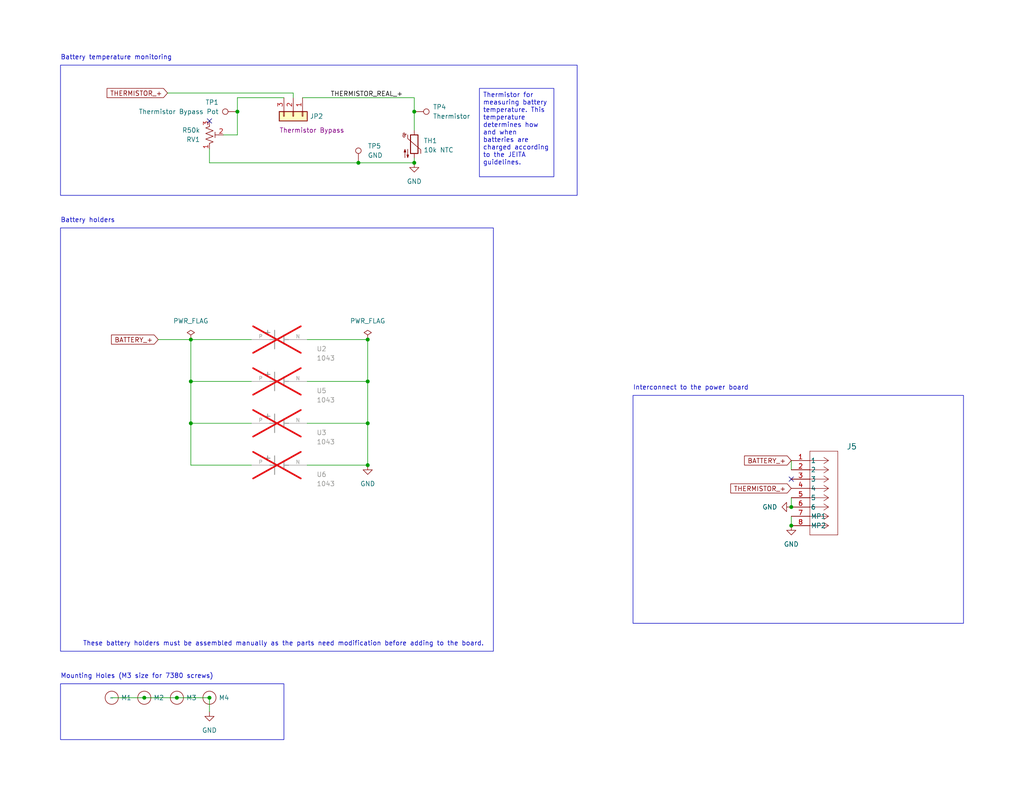
<source format=kicad_sch>
(kicad_sch (version 20230121) (generator eeschema)
  (paper "USLetter")
  (lib_symbols
    (symbol "Connector_Generic:Conn_01x03" (pin_names (offset 1.016) hide)
      (property "Reference" "J" (at 0 5.08 0))
      (property "Value" "Conn_01x03" (at 0 -5.08 0))
      (symbol "Conn_01x03_1_1"
        (rectangle (start -1.27 -2.413) (end 0 -2.667) (stroke (width 0.1524)))
        (rectangle (start -1.27 0.127) (end 0 -0.127) (stroke (width 0.1524)))
        (rectangle (start -1.27 2.667) (end 0 2.413) (stroke (width 0.1524)))
        (rectangle (start -1.27 3.81) (end 1.27 -3.81) (stroke (width 0.254)) (fill (type background)))
        (pin passive line (at -5.08 2.54 0) (length 3.81) (name "Pin_1") (number "1"))
        (pin passive line (at -5.08 0 0) (length 3.81) (name "Pin_2") (number "2"))
        (pin passive line (at -5.08 -2.54 0) (length 3.81) (name "Pin_3") (number "3"))
      )
    )
    (symbol "Device:R_Potentiometer_Trim_US" (pin_names (offset 1.016) hide)
      (property "Reference" "RV" (at -4.445 0 90))
      (property "Value" "R_Potentiometer_Trim_US" (at -2.54 0 90))
      (symbol "R_Potentiometer_Trim_US_0_1"
        (polyline (pts (xy 0 -2.286) (xy 0 -2.54)))
        (polyline (pts (xy 0 2.286) (xy 0 2.54)))
        (polyline (pts (xy 1.524 0.762) (xy 1.524 -0.762)))
        (polyline (pts (xy 2.54 0) (xy 1.524 0)))
        (polyline (pts (xy 0 -0.762) (xy 1.016 -1.143) (xy 0 -1.524) (xy -1.016 -1.905) (xy 0 -2.286)))
        (polyline (pts (xy 0 0.762) (xy 1.016 0.381) (xy 0 0) (xy -1.016 -0.381) (xy 0 -0.762)))
        (polyline (pts (xy 0 2.286) (xy 1.016 1.905) (xy 0 1.524) (xy -1.016 1.143) (xy 0 0.762)))
      )
      (symbol "R_Potentiometer_Trim_US_1_1"
        (pin passive line (at 0 3.81 270) (length 1.27) (name "1") (number "1"))
        (pin passive line (at 3.81 0 180) (length 1.27) (name "2") (number "2"))
        (pin passive line (at 0 -3.81 90) (length 1.27) (name "3") (number "3"))
      )
    )
    (symbol "Device:Thermistor_NTC" (pin_numbers hide) (pin_names (offset 0))
      (property "Reference" "TH" (at -4.445 0 90))
      (property "Value" "Thermistor_NTC" (at 3.175 0 90))
      (symbol "Thermistor_NTC_0_1"
        (arc (start -3.048 2.159) (mid -3.0495 2.3143) (end -3.175 2.413))
        (arc (start -3.048 2.159) (mid -2.9736 1.9794) (end -2.794 1.905))
        (arc (start -3.048 2.794) (mid -2.9736 2.6144) (end -2.794 2.54))
        (arc (start -2.794 1.905) (mid -2.6144 1.9794) (end -2.54 2.159))
        (arc (start -2.794 2.54) (mid -2.4393 2.5587) (end -2.159 2.794))
        (arc (start -2.794 3.048) (mid -2.9736 2.9736) (end -3.048 2.794))
        (arc (start -2.54 2.794) (mid -2.6144 2.9736) (end -2.794 3.048))
        (rectangle (start -1.016 2.54) (end 1.016 -2.54) (stroke (width 0.254)))
        (polyline (pts (xy -2.54 2.159) (xy -2.54 2.794)))
        (polyline (pts (xy -1.778 2.54) (xy -1.778 1.524) (xy 1.778 -1.524) (xy 1.778 -2.54)))
        (polyline (pts (xy -2.54 -3.683) (xy -2.54 -1.397) (xy -2.794 -2.159) (xy -2.286 -2.159) (xy -2.54 -1.397) (xy -2.54 -1.651)) (fill (type outline)))
        (polyline (pts (xy -1.778 -1.397) (xy -1.778 -3.683) (xy -2.032 -2.921) (xy -1.524 -2.921) (xy -1.778 -3.683) (xy -1.778 -3.429)) (fill (type outline)))
      )
      (symbol "Thermistor_NTC_1_1"
        (pin passive line (at 0 3.81 270) (length 1.27) (name "~") (number "1"))
        (pin passive line (at 0 -3.81 90) (length 1.27) (name "~") (number "2"))
      )
    )
    (symbol "Mounting Holes:Mounting_Hole_M3_ISO_7380" (in_bom no)
      (property "Reference" "M" (at 0 0 0))
      (symbol "Mounting_Hole_M3_ISO_7380_0_1"
        (circle (center 0 0) (radius 1.7961))
      )
      (symbol "Mounting_Hole_M3_ISO_7380_1_1"
        (pin passive line (at 0 0 0) (length 2.54) hide (name "Hole") (number "1"))
      )
    )
    (symbol "TVSC:Keystone_1043" (pin_names (offset 1.016))
      (property "Reference" "BT" (at -3.81 3.81 0))
      (symbol "Keystone_1043_0_0"
        (polyline (pts (xy -3.81 1.905) (xy -2.54 1.905)) (stroke (width 0.254)))
        (polyline (pts (xy -3.175 2.54) (xy -3.175 1.27)) (stroke (width 0.254)))
        (polyline (pts (xy -1.27 0) (xy -2.54 0)) (stroke (width 0.254)))
        (polyline (pts (xy -1.27 0) (xy -1.27 -2.54)) (stroke (width 0.254)))
        (polyline (pts (xy -1.27 2.54) (xy -1.27 0)) (stroke (width 0.254)))
        (polyline (pts (xy 1.27 0) (xy 1.27 -1.27)) (stroke (width 0.254)))
        (polyline (pts (xy 1.27 0) (xy 2.54 0)) (stroke (width 0.254)))
        (polyline (pts (xy 1.27 1.27) (xy 1.27 0)) (stroke (width 0.254)))
        (pin passive line (at 7.62 0 180) (length 5.08) (name "~") (number "N"))
        (pin passive line (at -7.62 0 0) (length 5.08) (name "~") (number "P"))
      )
    )
    (symbol "TVSC:Molex_504050-0691" (pin_names (offset 0.254))
      (property "Reference" "J" (at 13.97 -7.62 0))
      (property "Value" "Molex_504050-0691" (at 25.4 -10.16 0))
      (symbol "Molex_504050-0691_1_1"
        (polyline (pts (xy 5.08 -20.32) (xy 12.7 -20.32)) (stroke (width 0.127)))
        (polyline (pts (xy 5.08 2.54) (xy 5.08 -20.32)) (stroke (width 0.127)))
        (polyline (pts (xy 10.16 -17.78) (xy 5.08 -17.78)) (stroke (width 0.127)))
        (polyline (pts (xy 10.16 -17.78) (xy 8.89 -18.6267)) (stroke (width 0.127)))
        (polyline (pts (xy 10.16 -17.78) (xy 8.89 -16.9333)) (stroke (width 0.127)))
        (polyline (pts (xy 10.16 -15.24) (xy 5.08 -15.24)) (stroke (width 0.127)))
        (polyline (pts (xy 10.16 -15.24) (xy 8.89 -16.0867)) (stroke (width 0.127)))
        (polyline (pts (xy 10.16 -15.24) (xy 8.89 -14.3933)) (stroke (width 0.127)))
        (polyline (pts (xy 10.16 -12.7) (xy 5.08 -12.7)) (stroke (width 0.127)))
        (polyline (pts (xy 10.16 -12.7) (xy 8.89 -13.5467)) (stroke (width 0.127)))
        (polyline (pts (xy 10.16 -12.7) (xy 8.89 -11.8533)) (stroke (width 0.127)))
        (polyline (pts (xy 10.16 -10.16) (xy 5.08 -10.16)) (stroke (width 0.127)))
        (polyline (pts (xy 10.16 -10.16) (xy 8.89 -11.0067)) (stroke (width 0.127)))
        (polyline (pts (xy 10.16 -10.16) (xy 8.89 -9.3133)) (stroke (width 0.127)))
        (polyline (pts (xy 10.16 -7.62) (xy 5.08 -7.62)) (stroke (width 0.127)))
        (polyline (pts (xy 10.16 -7.62) (xy 8.89 -8.4667)) (stroke (width 0.127)))
        (polyline (pts (xy 10.16 -7.62) (xy 8.89 -6.7733)) (stroke (width 0.127)))
        (polyline (pts (xy 10.16 -5.08) (xy 5.08 -5.08)) (stroke (width 0.127)))
        (polyline (pts (xy 10.16 -5.08) (xy 8.89 -5.9267)) (stroke (width 0.127)))
        (polyline (pts (xy 10.16 -5.08) (xy 8.89 -4.2333)) (stroke (width 0.127)))
        (polyline (pts (xy 10.16 -2.54) (xy 5.08 -2.54)) (stroke (width 0.127)))
        (polyline (pts (xy 10.16 -2.54) (xy 8.89 -3.3867)) (stroke (width 0.127)))
        (polyline (pts (xy 10.16 -2.54) (xy 8.89 -1.6933)) (stroke (width 0.127)))
        (polyline (pts (xy 10.16 0) (xy 5.08 0)) (stroke (width 0.127)))
        (polyline (pts (xy 10.16 0) (xy 8.89 -0.8467)) (stroke (width 0.127)))
        (polyline (pts (xy 10.16 0) (xy 8.89 0.8467)) (stroke (width 0.127)))
        (polyline (pts (xy 12.7 -20.32) (xy 12.7 2.54)) (stroke (width 0.127)))
        (polyline (pts (xy 12.7 2.54) (xy 5.08 2.54)) (stroke (width 0.127)))
        (pin passive line (at 0 0 0) (length 5.08) (name "1") (number "1"))
        (pin passive line (at 0 -2.54 0) (length 5.08) (name "2") (number "2"))
        (pin passive line (at 0 -5.08 0) (length 5.08) (name "3") (number "3"))
        (pin passive line (at 0 -7.62 0) (length 5.08) (name "4") (number "4"))
        (pin passive line (at 0 -10.16 0) (length 5.08) (name "5") (number "5"))
        (pin passive line (at 0 -12.7 0) (length 5.08) (name "6") (number "6"))
        (pin power_in line (at 0 -15.24 0) (length 5.08) (name "MP1") (number "7"))
        (pin power_in line (at 0 -17.78 0) (length 5.08) (name "MP2") (number "8"))
      )
      (symbol "Molex_504050-0691_1_2"
        (polyline (pts (xy 5.08 -20.32) (xy 12.7 -20.32)) (stroke (width 0.127)))
        (polyline (pts (xy 5.08 2.54) (xy 5.08 -20.32)) (stroke (width 0.127)))
        (polyline (pts (xy 7.62 -17.78) (xy 5.08 -17.78)) (stroke (width 0.127)))
        (polyline (pts (xy 7.62 -17.78) (xy 8.89 -18.6267)) (stroke (width 0.127)))
        (polyline (pts (xy 7.62 -17.78) (xy 8.89 -16.9333)) (stroke (width 0.127)))
        (polyline (pts (xy 7.62 -15.24) (xy 5.08 -15.24)) (stroke (width 0.127)))
        (polyline (pts (xy 7.62 -15.24) (xy 8.89 -16.0867)) (stroke (width 0.127)))
        (polyline (pts (xy 7.62 -15.24) (xy 8.89 -14.3933)) (stroke (width 0.127)))
        (polyline (pts (xy 7.62 -12.7) (xy 5.08 -12.7)) (stroke (width 0.127)))
        (polyline (pts (xy 7.62 -12.7) (xy 8.89 -13.5467)) (stroke (width 0.127)))
        (polyline (pts (xy 7.62 -12.7) (xy 8.89 -11.8533)) (stroke (width 0.127)))
        (polyline (pts (xy 7.62 -10.16) (xy 5.08 -10.16)) (stroke (width 0.127)))
        (polyline (pts (xy 7.62 -10.16) (xy 8.89 -11.0067)) (stroke (width 0.127)))
        (polyline (pts (xy 7.62 -10.16) (xy 8.89 -9.3133)) (stroke (width 0.127)))
        (polyline (pts (xy 7.62 -7.62) (xy 5.08 -7.62)) (stroke (width 0.127)))
        (polyline (pts (xy 7.62 -7.62) (xy 8.89 -8.4667)) (stroke (width 0.127)))
        (polyline (pts (xy 7.62 -7.62) (xy 8.89 -6.7733)) (stroke (width 0.127)))
        (polyline (pts (xy 7.62 -5.08) (xy 5.08 -5.08)) (stroke (width 0.127)))
        (polyline (pts (xy 7.62 -5.08) (xy 8.89 -5.9267)) (stroke (width 0.127)))
        (polyline (pts (xy 7.62 -5.08) (xy 8.89 -4.2333)) (stroke (width 0.127)))
        (polyline (pts (xy 7.62 -2.54) (xy 5.08 -2.54)) (stroke (width 0.127)))
        (polyline (pts (xy 7.62 -2.54) (xy 8.89 -3.3867)) (stroke (width 0.127)))
        (polyline (pts (xy 7.62 -2.54) (xy 8.89 -1.6933)) (stroke (width 0.127)))
        (polyline (pts (xy 7.62 0) (xy 5.08 0)) (stroke (width 0.127)))
        (polyline (pts (xy 7.62 0) (xy 8.89 -0.8467)) (stroke (width 0.127)))
        (polyline (pts (xy 7.62 0) (xy 8.89 0.8467)) (stroke (width 0.127)))
        (polyline (pts (xy 12.7 -20.32) (xy 12.7 2.54)) (stroke (width 0.127)))
        (polyline (pts (xy 12.7 2.54) (xy 5.08 2.54)) (stroke (width 0.127)))
        (pin unspecified line (at 0 0 0) (length 5.08) (name "1") (number "1"))
        (pin unspecified line (at 0 -2.54 0) (length 5.08) (name "2") (number "2"))
        (pin unspecified line (at 0 -5.08 0) (length 5.08) (name "3") (number "3"))
        (pin unspecified line (at 0 -7.62 0) (length 5.08) (name "4") (number "4"))
        (pin unspecified line (at 0 -10.16 0) (length 5.08) (name "5") (number "5"))
        (pin unspecified line (at 0 -12.7 0) (length 5.08) (name "6") (number "6"))
        (pin unspecified line (at 0 -15.24 0) (length 5.08) (name "7") (number "7"))
        (pin unspecified line (at 0 -17.78 0) (length 5.08) (name "8") (number "8"))
      )
    )
    (symbol "TVSC:TestPoint_Keystone_5002" (pin_numbers hide) (pin_names (offset 0.762) hide)
      (property "Reference" "TP" (at 0 6.858 0))
      (property "Value" "TestPoint" (at 0 5.08 0))
      (symbol "TestPoint_Keystone_5002_0_1"
        (circle (center 0 3.302) (radius 0.762))
      )
      (symbol "TestPoint_Keystone_5002_1_1"
        (pin passive line (at 0 0 90) (length 2.54) (name "1") (number "1"))
      )
    )
    (symbol "power:GND" (power) (pin_names (offset 0))
      (property "Value" "GND" (at 0 -3.81 0))
      (symbol "GND_0_1"
        (polyline (pts (xy 0 0) (xy 0 -1.27) (xy 1.27 -1.27) (xy 0 -2.54) (xy -1.27 -1.27) (xy 0 -1.27)))
      )
      (symbol "GND_1_1"
        (pin power_in line (at 0 0 270) (length 0) hide (name "GND") (number "1"))
      )
    )
    (symbol "power:PWR_FLAG" (power) (pin_numbers hide) (pin_names (offset 0) hide)
      (property "Value" "PWR_FLAG" (at 0 3.81 0))
      (symbol "PWR_FLAG_0_0"
        (pin power_out line (at 0 0 90) (length 0) (name "pwr") (number "1"))
      )
      (symbol "PWR_FLAG_0_1"
        (polyline (pts (xy 0 0) (xy 0 1.27) (xy -1.016 1.905) (xy 0 2.54) (xy 1.016 1.905) (xy 0 1.27)))
      )
    )
  )
  (junction (at 113.03 30.48))
  (junction (at 57.15 190.5))
  (junction (at 100.33 127))
  (junction (at 97.79 44.45))
  (junction (at 100.33 92.71))
  (junction (at 113.03 44.45))
  (junction (at 100.33 115.57))
  (junction (at 52.07 92.71))
  (junction (at 215.9 138.43))
  (junction (at 215.9 143.51))
  (junction (at 39.37 190.5))
  (junction (at 52.07 104.14))
  (junction (at 64.77 30.48))
  (junction (at 100.33 104.14))
  (junction (at 52.07 115.57))
  (junction (at 48.26 190.5))
  (no_connect (at 57.15 33.02))
  (no_connect (at 215.9 130.81))
  (wire (pts (xy 113.03 30.48) (xy 113.03 26.67)))
  (wire (pts (xy 215.9 125.73) (xy 215.9 128.27)))
  (wire (pts (xy 64.77 26.67) (xy 64.77 30.48)))
  (wire (pts (xy 52.07 92.71) (xy 52.07 104.14)))
  (wire (pts (xy 52.07 115.57) (xy 52.07 127)))
  (wire (pts (xy 30.48 190.5) (xy 39.37 190.5)))
  (wire (pts (xy 83.82 104.14) (xy 100.33 104.14)))
  (wire (pts (xy 64.77 30.48) (xy 64.77 36.83)))
  (wire (pts (xy 57.15 40.64) (xy 57.15 44.45)))
  (wire (pts (xy 80.01 25.4) (xy 80.01 26.67)))
  (wire (pts (xy 100.33 115.57) (xy 100.33 127)))
  (wire (pts (xy 100.33 104.14) (xy 100.33 115.57)))
  (wire (pts (xy 215.9 135.89) (xy 215.9 138.43)))
  (wire (pts (xy 43.18 92.71) (xy 52.07 92.71)))
  (wire (pts (xy 83.82 127) (xy 100.33 127)))
  (wire (pts (xy 83.82 92.71) (xy 100.33 92.71)))
  (wire (pts (xy 52.07 104.14) (xy 68.58 104.14)))
  (wire (pts (xy 113.03 26.67) (xy 82.55 26.67)))
  (wire (pts (xy 100.33 104.14) (xy 100.33 92.71)))
  (wire (pts (xy 83.82 115.57) (xy 100.33 115.57)))
  (wire (pts (xy 113.03 30.48) (xy 113.03 35.56)))
  (wire (pts (xy 68.58 115.57) (xy 52.07 115.57)))
  (wire (pts (xy 57.15 44.45) (xy 97.79 44.45)))
  (wire (pts (xy 39.37 190.5) (xy 48.26 190.5)))
  (wire (pts (xy 45.72 25.4) (xy 80.01 25.4)))
  (wire (pts (xy 57.15 190.5) (xy 57.15 194.31)))
  (wire (pts (xy 48.26 190.5) (xy 57.15 190.5)))
  (wire (pts (xy 64.77 36.83) (xy 60.96 36.83)))
  (wire (pts (xy 52.07 104.14) (xy 52.07 115.57)))
  (wire (pts (xy 52.07 127) (xy 68.58 127)))
  (wire (pts (xy 113.03 44.45) (xy 113.03 43.18)))
  (wire (pts (xy 64.77 26.67) (xy 77.47 26.67)))
  (wire (pts (xy 97.79 44.45) (xy 113.03 44.45)))
  (wire (pts (xy 215.9 140.97) (xy 215.9 143.51)))
  (wire (pts (xy 52.07 92.71) (xy 68.58 92.71)))
  (rectangle (start 16.51 62.23) (end 134.62 177.8))
  (rectangle (start 16.51 17.78) (end 157.48 53.34))
  (rectangle (start 172.72 107.95) (end 262.89 170.18))
  (rectangle (start 16.51 186.69) (end 77.47 201.93))
  (text_box "Thermistor for measuring battery temperature. This temperature determines how and when batteries are charged according to the JEITA guidelines." (at 130.81 24.13 0) (size 20.32 24.13) (effects (font (size 1.27 1.27)) (justify left top)))
  (text "Mounting Holes (M3 size for 7380 screws)" (at 16.51 185.42 0) (effects (font (size 1.27 1.27)) (justify left bottom)))
  (text "Battery temperature monitoring" (at 16.51 16.51 0) (effects (font (size 1.27 1.27)) (justify left bottom)))
  (text "Battery holders" (at 16.51 60.96 0) (effects (font (size 1.27 1.27)) (justify left bottom)))
  (text "These battery holders must be assembled manually as the parts need modification before adding to the board." (at 132.08 176.53 0) (effects (font (size 1.27 1.27)) (justify right bottom)))
  (text "Interconnect to the power board" (at 172.72 106.68 0) (effects (font (size 1.27 1.27)) (justify left bottom)))
  (label "THERMISTOR_REAL_+" (at 90.17 26.67 0))
  (global_label "THERMISTOR_+" (shape input) (at 45.72 25.4 180) (property "Intersheetrefs" "${INTERSHEET_REFS}" (effects hide)))
  (global_label "THERMISTOR_+" (shape input) (at 215.9 133.35 180) (property "Intersheetrefs" "${INTERSHEET_REFS}" (effects hide)))
  (global_label "BATTERY_+" (shape input) (at 43.18 92.71 180) (property "Intersheetrefs" "${INTERSHEET_REFS}" (effects hide)))
  (global_label "BATTERY_+" (shape input) (at 215.9 125.73 180) (property "Intersheetrefs" "${INTERSHEET_REFS}" (effects hide)))
  (symbol (lib_id "power:PWR_FLAG") (at 100.33 92.71 0) (unit 1)
    (property "Reference" "#FLG01" (effects hide))
    (property "Value" "PWR_FLAG" (at 100.33 87.63 0))
  )
  (symbol (lib_id "TVSC:TestPoint_Keystone_5002") (at 97.79 44.45 0) (unit 1)
    (property "Reference" "TP5" (at 100.33 39.878 0) (effects (justify left)))
    (property "Value" "GND" (at 100.33 42.418 0) (effects (justify left)))
    (property "Footprint" "footprints:TestPoint_Pad_D1.5mm" (effects hide))
    (property "Datasheet" "https://www.keyelco.com/product.cfm/product_id/1311" (effects hide))
    (property "MPN" "NA" (effects hide))
    (property "Color" "White" (effects hide))
    (property "Active" "Y" (effects hide))
  )
  (symbol (lib_id "Mounting Holes:Mounting_Hole_M3_ISO_7380") (at 39.37 190.5 0) (unit 1) (in_bom no)
    (property "Reference" "M2" (at 41.91 190.5 0) (effects (justify left)))
    (property "Value" "~" (at 39.37 190.5 0))
    (property "Footprint" "MountingHole:MountingHole_3.2mm_M3_ISO7380_Pad_TopBottom" (effects hide))
    (property "Active" "Y" (effects hide))
    (property "MPN" "NA" (effects hide))
  )
  (symbol (lib_id "TVSC:TestPoint_Keystone_5002") (at 113.03 30.48 270) (unit 1)
    (property "Reference" "TP4" (at 118.11 29.21 90) (effects (justify left)))
    (property "Value" "Thermistor" (at 118.11 31.75 90) (effects (justify left)))
    (property "Footprint" "footprints:TestPoint_Pad_D1.5mm" (effects hide))
    (property "Datasheet" "https://www.keyelco.com/product.cfm/product_id/1311" (effects hide))
    (property "MPN" "NA" (effects hide))
    (property "Color" "White" (effects hide))
    (property "Active" "Y" (effects hide))
  )
  (symbol (lib_id "TVSC:Molex_504050-0691") (at 215.9 125.73 0) (unit 1)
    (property "Reference" "J5" (at 232.41 121.92 0) (effects (font (size 1.524 1.524))))
    (property "Value" "Interconnect_Battery_Power-Battery_side" (effects hide))
    (property "Footprint" "footprints:Molex_504050-0691" (effects hide))
    (property "Datasheet" "https://www.molex.com/en-us/products/part-detail/5040500691" (effects hide))
    (property "MPN" "C563981" (effects hide))
    (property "Manufacturer" "Molex" (effects hide))
    (property "Manufacturer Part Number" "504050-0691" (effects hide))
  )
  (symbol (lib_id "power:GND") (at 113.03 44.45 0) (unit 1)
    (property "Reference" "#PWR02" (effects hide))
    (property "Value" "GND" (at 113.03 49.53 0))
  )
  (symbol (lib_id "Mounting Holes:Mounting_Hole_M3_ISO_7380") (at 48.26 190.5 0) (unit 1) (in_bom no)
    (property "Reference" "M3" (at 50.8 190.5 0) (effects (justify left)))
    (property "Value" "~" (at 48.26 190.5 0))
    (property "Footprint" "MountingHole:MountingHole_3.2mm_M3_ISO7380_Pad_TopBottom" (effects hide))
    (property "Active" "Y" (effects hide))
    (property "MPN" "NA" (effects hide))
  )
  (symbol (lib_id "power:GND") (at 100.33 127 0) (unit 1)
    (property "Reference" "#PWR01" (effects hide))
    (property "Value" "GND" (at 100.33 132.08 0))
  )
  (symbol (lib_id "Mounting Holes:Mounting_Hole_M3_ISO_7380") (at 30.48 190.5 0) (unit 1) (in_bom no)
    (property "Reference" "M1" (at 33.02 190.5 0) (effects (justify left)))
    (property "Value" "~" (at 30.48 190.5 0))
    (property "Footprint" "MountingHole:MountingHole_3.2mm_M3_ISO7380_Pad_TopBottom" (effects hide))
    (property "Active" "Y" (effects hide))
    (property "MPN" "NA" (effects hide))
  )
  (symbol (lib_id "power:GND") (at 215.9 143.51 0) (unit 1)
    (property "Reference" "#PWR03" (effects hide))
    (property "Value" "GND" (at 215.9 148.59 0))
  )
  (symbol (lib_id "Connector_Generic:Conn_01x03") (at 80.01 31.75 270) (unit 1)
    (property "Reference" "JP2" (at 86.36 31.75 90))
    (property "Value" "Conn_01x03" (effects hide))
    (property "Footprint" "footprints:HDRV3W64P0X254_1X3_762X254X869P" (effects hide))
    (property "Datasheet" "http://katalog.we-online.de/em/datasheet/6130xx11121.pdf" (effects hide))
    (property "Purpose" "Thermistor Bypass" (at 93.98 35.56 90) (effects (justify right)))
    (property "MPN" "C2915006" (effects hide))
    (property "Manufacturer" "Wurth Elektronik" (effects hide))
    (property "Manufacturer Part Number" "61300311121" (effects hide))
    (property "Active" "Y" (effects hide))
    (property "Height" "8.69" (effects hide))
    (property "Manufacturer_Name" "Wurth Elektronik" (effects hide))
    (property "Manufacturer_Part_Number" "61300311121" (effects hide))
    (property "Mouser Part Number" "710-61300311121" (effects hide))
    (property "Mouser Price/Stock" "https://www.mouser.co.uk/ProductDetail/Wurth-Elektronik/61300311121?qs=PhR8RmCirEYxRWFJzNKsUw%3D%3D" (effects hide))
  )
  (symbol (lib_id "TVSC:TestPoint_Keystone_5002") (at 64.77 30.48 90) (unit 1)
    (property "Reference" "TP1" (at 59.69 27.94 90) (effects (justify left)))
    (property "Value" "Thermistor Bypass Pot" (at 59.69 30.48 90) (effects (justify left)))
    (property "Footprint" "footprints:TestPoint_Pad_D1.5mm" (effects hide))
    (property "Datasheet" "https://www.keyelco.com/product.cfm/product_id/1311" (effects hide))
    (property "MPN" "NA" (effects hide))
    (property "Color" "White" (effects hide))
    (property "Active" "Y" (effects hide))
  )
  (symbol (lib_id "power:GND") (at 57.15 194.31 0) (unit 1)
    (property "Reference" "#PWR04" (effects hide))
    (property "Value" "GND" (at 57.15 199.39 0))
  )
  (symbol (lib_id "power:GND") (at 215.9 138.43 270) (unit 1)
    (property "Reference" "#PWR05" (effects hide))
    (property "Value" "GND" (at 212.09 138.43 90) (effects (justify right)))
  )
  (symbol (lib_id "TVSC:Keystone_1043") (at 76.2 104.14 0) (unit 1) (dnp yes)
    (property "Reference" "U5" (at 86.36 106.68 0) (effects (justify left)))
    (property "Value" "1043" (at 86.36 109.22 0) (effects (justify left)))
    (property "Footprint" "footprints:BAT_1043" (effects hide))
    (property "Manufacturer" "Keystone" (effects hide))
    (property "Active" "Y" (effects hide))
    (property "Manufacturer Part Number" "1043" (effects hide))
    (property "MPN" "C5355143" (effects hide))
  )
  (symbol (lib_id "Device:R_Potentiometer_Trim_US") (at 57.15 36.83 0) (mirror x) (unit 1)
    (property "Reference" "RV1" (at 54.61 38.1 0) (effects (justify right)))
    (property "Value" "R50k" (at 54.61 35.56 0) (effects (justify right)))
    (property "Footprint" "Potentiometer_SMD:Potentiometer_Bourns_3314J_Vertical" (effects hide))
    (property "Active" "Y" (effects hide))
    (property "MPN" "C50895" (effects hide))
    (property "Manufacturer" "BOURNS" (effects hide))
    (property "Manufacturer Part Number" "3314J-1-503E" (effects hide))
    (property "Specs" "0-50k Ohm" (effects hide))
  )
  (symbol (lib_id "Mounting Holes:Mounting_Hole_M3_ISO_7380") (at 57.15 190.5 0) (unit 1) (in_bom no)
    (property "Reference" "M4" (at 59.69 190.5 0) (effects (justify left)))
    (property "Value" "~" (at 57.15 190.5 0))
    (property "Footprint" "MountingHole:MountingHole_3.2mm_M3_ISO7380_Pad_TopBottom" (effects hide))
    (property "Active" "Y" (effects hide))
    (property "MPN" "NA" (effects hide))
  )
  (symbol (lib_id "TVSC:Keystone_1043") (at 76.2 92.71 0) (unit 1) (dnp yes)
    (property "Reference" "U2" (at 86.36 95.25 0) (effects (justify left)))
    (property "Value" "1043" (at 86.36 97.79 0) (effects (justify left)))
    (property "Footprint" "footprints:BAT_1043" (effects hide))
    (property "Manufacturer" "Keystone" (effects hide))
    (property "Active" "Y" (effects hide))
    (property "Manufacturer Part Number" "1043" (effects hide))
    (property "MPN" "C5355143" (effects hide))
  )
  (symbol (lib_id "Device:Thermistor_NTC") (at 113.03 39.37 0) (unit 1)
    (property "Reference" "TH1" (at 115.57 38.4175 0) (effects (justify left)))
    (property "Value" "10k NTC" (at 115.57 40.9575 0) (effects (justify left)))
    (property "Footprint" "footprints:Nondescript_R_0402_1005Metric" (effects hide))
    (property "Specs" "103AT-2 10kΩ NTC, but using an SMD component" (effects hide))
    (property "MPN" "C336815" (effects hide))
    (property "Manufacturer" "PANASONIC" (effects hide))
    (property "Manufacturer Part Number" "ERTJ0EG103GA" (effects hide))
    (property "Active" "Y" (effects hide))
  )
  (symbol (lib_id "TVSC:Keystone_1043") (at 76.2 127 0) (unit 1) (dnp yes)
    (property "Reference" "U6" (at 86.36 129.54 0) (effects (justify left)))
    (property "Value" "1043" (at 86.36 132.08 0) (effects (justify left)))
    (property "Footprint" "footprints:BAT_1043" (effects hide))
    (property "Manufacturer" "Keystone" (effects hide))
    (property "Active" "Y" (effects hide))
    (property "Manufacturer Part Number" "1043" (effects hide))
    (property "MPN" "C5355143" (effects hide))
  )
  (symbol (lib_id "power:PWR_FLAG") (at 52.07 92.71 0) (unit 1)
    (property "Reference" "#FLG02" (effects hide))
    (property "Value" "PWR_FLAG" (at 52.07 87.63 0))
  )
  (symbol (lib_id "TVSC:Keystone_1043") (at 76.2 115.57 0) (unit 1) (dnp yes)
    (property "Reference" "U3" (at 86.36 118.11 0) (effects (justify left)))
    (property "Value" "1043" (at 86.36 120.65 0) (effects (justify left)))
    (property "Footprint" "footprints:BAT_1043" (effects hide))
    (property "Manufacturer" "Keystone" (effects hide))
    (property "Active" "Y" (effects hide))
    (property "Manufacturer Part Number" "1043" (effects hide))
    (property "MPN" "C5355143" (effects hide))
  )
)
</source>
